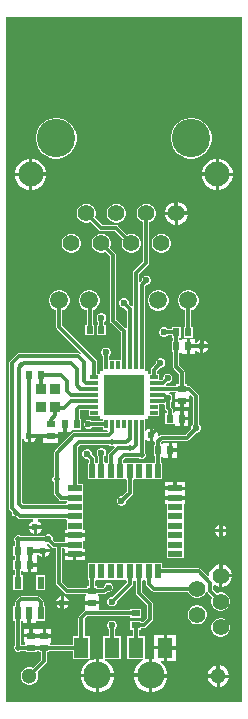
<source format=gtl>
%FSTAX23Y23*%
%MOIN*%
%SFA1B1*%

%IPPOS*%
%ADD11R,0.035433X0.037401*%
%ADD12C,0.019685*%
%ADD13R,0.051181X0.066929*%
%ADD14R,0.023622X0.027559*%
%ADD15R,0.027559X0.023622*%
%ADD16R,0.011811X0.027559*%
%ADD17R,0.137795X0.137795*%
%ADD18R,0.027559X0.011811*%
%ADD19R,0.019685X0.047244*%
%ADD20R,0.047244X0.019685*%
%ADD21R,0.023622X0.043307*%
%ADD43C,0.011811*%
%ADD44C,0.051181*%
%ADD45C,0.090551*%
%ADD46C,0.062992*%
%ADD47C,0.031496*%
%ADD48C,0.055118*%
%ADD49C,0.059842*%
%ADD50C,0.055905*%
%ADD51C,0.082677*%
%ADD52C,0.127952*%
%ADD53C,0.023622*%
%LNwol_pcb-1*%
%LPD*%
G36*
X00787Y0D02*
X0D01*
Y02283*
X00787*
Y0*
G37*
%LNwol_pcb-2*%
%LPC*%
G36*
X00625Y01946D02*
X00612D01*
X00598Y01944*
X00586Y01938*
X00575Y01931*
X00565Y01922*
X00558Y0191*
X00553Y01898*
X0055Y01885*
Y01872*
X00553Y01858*
X00558Y01846*
X00565Y01835*
X00575Y01825*
X00586Y01818*
X00598Y01813*
X00612Y0181*
X00625*
X00638Y01813*
X0065Y01818*
X00661Y01825*
X00671Y01835*
X00678Y01846*
X00684Y01858*
X00686Y01872*
Y01885*
X00684Y01898*
X00678Y0191*
X00671Y01922*
X00661Y01931*
X0065Y01938*
X00638Y01944*
X00625Y01946*
G37*
G36*
X00175D02*
X00162D01*
X00148Y01944*
X00136Y01938*
X00125Y01931*
X00115Y01922*
X00108Y0191*
X00103Y01898*
X001Y01885*
Y01872*
X00103Y01858*
X00108Y01846*
X00115Y01835*
X00125Y01825*
X00136Y01818*
X00148Y01813*
X00162Y0181*
X00175*
X00188Y01813*
X002Y01818*
X00211Y01825*
X00221Y01835*
X00228Y01846*
X00234Y01858*
X00236Y01872*
Y01885*
X00234Y01898*
X00228Y0191*
X00221Y01922*
X00211Y01931*
X002Y01938*
X00188Y01944*
X00175Y01946*
G37*
G36*
X00089Y0181D02*
X00087D01*
Y01763*
X00134*
Y01765*
X0013Y01778*
X00123Y0179*
X00114Y01799*
X00102Y01806*
X00089Y0181*
G37*
G36*
X00711D02*
X00709D01*
Y01763*
X00756*
Y01765*
X00752Y01778*
X00745Y0179*
X00736Y01799*
X00724Y01806*
X00711Y0181*
G37*
G36*
X00699D02*
X00697D01*
X00684Y01806*
X00673Y01799*
X00663Y0179*
X00656Y01778*
X00653Y01765*
Y01763*
X00699*
Y0181*
G37*
G36*
X00077D02*
X00075D01*
X00062Y01806*
X00051Y01799*
X00041Y0179*
X00034Y01778*
X00031Y01765*
Y01763*
X00077*
Y0181*
G37*
G36*
X00756Y01753D02*
X00709D01*
Y01707*
X00711*
X00724Y0171*
X00736Y01717*
X00745Y01727*
X00752Y01738*
X00756Y01751*
Y01753*
G37*
G36*
X00699D02*
X00653D01*
Y01751*
X00656Y01738*
X00663Y01727*
X00673Y01717*
X00684Y0171*
X00697Y01707*
X00699*
Y01753*
G37*
G36*
X00134D02*
X00087D01*
Y01707*
X00089*
X00102Y0171*
X00114Y01717*
X00123Y01727*
X0013Y01738*
X00134Y01751*
Y01753*
G37*
G36*
X00077D02*
X00031D01*
Y01751*
X00034Y01738*
X00041Y01727*
X00051Y01717*
X00062Y0171*
X00075Y01707*
X00077*
Y01753*
G37*
G36*
X00573Y01666D02*
Y01633D01*
X00606*
X00604Y01643*
X00599Y01652*
X00592Y01659*
X00583Y01664*
X00573Y01666*
G37*
G36*
X00563D02*
X00554Y01664D01*
X00545Y01659*
X00538Y01652*
X00533Y01643*
X0053Y01633*
X00563*
Y01666*
G37*
G36*
X00372Y0166D02*
X00364D01*
X00356Y01658*
X00349Y01654*
X00343Y01648*
X00338Y01641*
X00336Y01632*
Y01624*
X00338Y01616*
X00343Y01609*
X00349Y01603*
X00356Y01599*
X00364Y01596*
X00372*
X00381Y01599*
X00388Y01603*
X00394Y01609*
X00398Y01616*
X004Y01624*
Y01632*
X00398Y01641*
X00394Y01648*
X00388Y01654*
X00381Y01658*
X00372Y0166*
G37*
G36*
X00606Y01623D02*
X00573D01*
Y0159*
X00583Y01593*
X00592Y01598*
X00599Y01605*
X00604Y01614*
X00606Y01623*
G37*
G36*
X00563D02*
X0053D01*
X00533Y01614*
X00538Y01605*
X00545Y01598*
X00554Y01593*
X00563Y0159*
Y01623*
G37*
G36*
X00522Y0156D02*
X00514D01*
X00506Y01558*
X00499Y01554*
X00493Y01548*
X00488Y01541*
X00486Y01532*
Y01524*
X00488Y01516*
X00493Y01509*
X00499Y01503*
X00506Y01499*
X00514Y01496*
X00522*
X00531Y01499*
X00538Y01503*
X00544Y01509*
X00548Y01516*
X0055Y01524*
Y01532*
X00548Y01541*
X00544Y01548*
X00538Y01554*
X00531Y01558*
X00522Y0156*
G37*
G36*
X00272Y0166D02*
X00264D01*
X00256Y01658*
X00249Y01654*
X00243Y01648*
X00238Y01641*
X00236Y01632*
Y01624*
X00238Y01616*
X00243Y01609*
X00249Y01603*
X00256Y01599*
X00264Y01596*
X00272*
X00281Y01599*
X00283Y016*
X00311Y01571*
X00314Y01569*
X00318Y01568*
X00364*
X0039Y01543*
X00388Y01541*
X00386Y01532*
Y01524*
X00388Y01516*
X00393Y01509*
X00399Y01503*
X00406Y01499*
X00414Y01496*
X00422*
X00431Y01499*
X00438Y01503*
X00444Y01509*
X00448Y01516*
X0045Y01524*
Y01532*
X00448Y01541*
X00444Y01548*
X00438Y01554*
X00431Y01558*
X00422Y0156*
X00414*
X00406Y01558*
X00404Y01557*
X00375Y01585*
X00372Y01588*
X00368Y01588*
X00322*
X00297Y01614*
X00298Y01616*
X003Y01624*
Y01632*
X00298Y01641*
X00294Y01648*
X00288Y01654*
X00281Y01658*
X00272Y0166*
G37*
G36*
X00222Y0156D02*
X00214D01*
X00206Y01558*
X00199Y01554*
X00193Y01548*
X00188Y01541*
X00186Y01532*
Y01524*
X00188Y01516*
X00193Y01509*
X00199Y01503*
X00206Y01499*
X00214Y01496*
X00222*
X00231Y01499*
X00238Y01503*
X00244Y01509*
X00248Y01516*
X0025Y01524*
Y01532*
X00248Y01541*
X00244Y01548*
X00238Y01554*
X00231Y01558*
X00222Y0156*
G37*
G36*
X00472Y0166D02*
X00464D01*
X00456Y01658*
X00449Y01654*
X00443Y01648*
X00438Y01641*
X00436Y01632*
Y01624*
X00438Y01616*
X00443Y01609*
X00449Y01603*
X00456Y01599*
X00458Y01598*
Y01468*
X00425Y01436*
X00423Y01432*
X00423Y01429*
Y0132*
X00418Y01318*
X00409Y01327*
X00409Y01327*
Y01333*
X00407Y01339*
X00402Y01344*
X00396Y01346*
X0039*
X00384Y01344*
X0038Y01339*
X00377Y01333*
Y01327*
X0038Y01321*
X00384Y01317*
X0039Y01314*
X00392*
X00403Y01304*
Y01247*
X00398Y01245*
X00368Y01275*
Y01489*
X00367Y01493*
X00365Y01496*
X00347Y01514*
X00348Y01516*
X0035Y01524*
Y01532*
X00348Y01541*
X00344Y01548*
X00338Y01554*
X00331Y01558*
X00322Y0156*
X00314*
X00306Y01558*
X00299Y01554*
X00293Y01548*
X00288Y01541*
X00286Y01532*
Y01524*
X00288Y01516*
X00293Y01509*
X00299Y01503*
X00306Y01499*
X00314Y01496*
X00322*
X00331Y01499*
X00333Y015*
X00348Y01485*
Y01271*
X00348Y01267*
X00351Y01264*
X00383Y01232*
Y01143*
X0038Y01139*
X00364*
X00359*
X00344*
Y01153*
X00347Y01156*
X0035Y01162*
Y01168*
X00347Y01174*
X00343Y01178*
X00337Y01181*
X00331*
X00325Y01178*
X00321Y01174*
X00318Y01168*
Y01162*
X00321Y01156*
X00324Y01153*
Y01122*
X00324Y01121*
Y01104*
X0032Y01102*
X00314*
Y01096*
X00313Y01093*
X00308Y01092*
X00305Y01096*
Y01133*
X00304Y01137*
X00302Y0114*
X00188Y01254*
Y01306*
X00191Y01307*
X00199Y01311*
X00205Y01317*
X0021Y01325*
X00212Y01334*
Y01343*
X0021Y01351*
X00205Y01359*
X00199Y01365*
X00191Y0137*
X00183Y01372*
X00174*
X00165Y0137*
X00157Y01365*
X00151Y01359*
X00146Y01351*
X00144Y01343*
Y01334*
X00146Y01325*
X00151Y01317*
X00157Y01311*
X00165Y01307*
X00168Y01306*
Y0125*
X00169Y01246*
X00171Y01243*
X0025Y01164*
X00247Y0116*
X00243Y01162*
X0024Y01163*
X00043*
X00039Y01162*
X00036Y0116*
X00012Y01137*
X0001Y01133*
X00009Y01129*
Y00645*
X0001Y00641*
X00012Y00638*
X00019Y00631*
Y00629*
X00021Y00624*
X00025Y0062*
X0003Y00618*
X00033*
X0004Y00611*
X00043Y00608*
X00047Y00608*
X00089*
X0009Y00603*
X00086Y00601*
X00079Y00595*
X00076Y00587*
X00119*
X00116Y00595*
X0011Y00601*
X00106Y00603*
X00107Y00608*
X00199*
X00202Y00604*
Y006*
Y00599*
Y00574*
X00196*
Y0056*
X0023*
X00263*
Y00574*
X00257*
Y00599*
Y006*
Y00604*
Y00605*
Y00631*
Y00635*
Y00662*
Y00663*
Y00667*
Y00668*
Y00694*
Y00698*
Y00726*
X0024*
Y00848*
X00248Y00856*
X00344*
X00346Y00854*
X00351Y00852*
X00357*
X00359Y00853*
X00362Y00849*
X00343Y00829*
X00341Y00826*
X0034Y00822*
Y008*
X00337Y00797*
X00332Y00797*
X00328Y00801*
Y00818*
X00332Y00821*
X00334Y00827*
Y00833*
X00332Y00839*
X00327Y00844*
X00322Y00846*
X00315*
X00309Y00844*
X00305Y00839*
X00303Y00833*
Y00827*
X00305Y00821*
X00308Y00818*
Y008*
X00305Y00797*
X003Y00797*
X00297Y00801*
Y00811*
X00296Y00814*
X00294Y00818*
X00287Y00825*
Y00829*
X00285Y00835*
X0028Y0084*
X00274Y00842*
X00268*
X00262Y0084*
X00258Y00835*
X00255Y00829*
Y00823*
X00258Y00817*
X00262Y00813*
X00268Y00811*
X00273*
X00277Y00806*
Y00797*
X00273*
Y00742*
X003*
X00301*
X00305*
X00306*
X00331*
X00332*
X00336*
X00337*
X00364*
X00368*
X00394*
X00395*
X00399*
X00403Y00738*
Y00701*
X00387Y00685*
X00382*
X00376Y00682*
X00372Y00678*
X0037Y00672*
Y00666*
X00372Y0066*
X00376Y00655*
X00382Y00653*
X00388*
X00394Y00655*
X00399Y0066*
X00401Y00666*
Y0067*
X0042Y00689*
X00422Y00693*
X00423Y00696*
Y00738*
X00426Y00742*
X00431*
X00432*
X00457*
X00458*
X00462*
X00463*
X00489*
X0049*
X00494*
X00495*
X00521*
Y00797*
X00517*
Y00817*
X00519Y00818*
X00525Y00817*
X00525Y00816*
Y00814*
X00542*
Y00838*
Y00862*
X00525*
Y0086*
X00525Y00859*
X00519Y00858*
X00517Y00859*
Y00865*
X00523Y00871*
X00602*
X00606Y00872*
X00609Y00874*
X00632Y00897*
X00636*
X00642Y009*
X00647Y00904*
X00649Y0091*
Y00916*
X00647Y00922*
X00643Y00925*
Y01019*
X00643Y01023*
X0064Y01026*
X00617Y0105*
X00614Y01052*
X0061Y01053*
X00604*
Y01059*
X00596*
Y01098*
X00595Y01102*
X00593Y01105*
X00578Y0112*
Y01163*
X0058Y01165*
X00586Y01163*
X00586Y01163*
Y01161*
X00603*
Y01185*
Y01208*
X00586*
Y01207*
X00586Y01206*
X0058Y01205*
X00578Y01206*
Y01214*
X00584*
Y0125*
X00553*
Y01242*
X00539*
X00536Y01245*
X0053Y01248*
X00524*
X00518Y01245*
X00514Y01241*
X00511Y01235*
Y01229*
X00514Y01223*
X00518Y01218*
X00524Y01216*
X0053*
X00536Y01218*
X00539Y01222*
X00553*
Y01214*
X00558*
Y01202*
X00553*
Y01167*
X00558*
Y01116*
X00559Y01112*
X00561Y01109*
X00576Y01094*
Y01059*
X00568*
Y01053*
X00535*
X00533Y01058*
X00537Y01062*
X00542*
X00548Y01065*
X00552Y01069*
X00555Y01075*
Y01081*
X00552Y01087*
X00548Y01092*
X00542Y01094*
X00536*
X0053Y01092*
X00526Y01087*
X00523Y01081*
Y01077*
X00519Y01073*
X00509*
Y01092*
X00502*
Y01102*
X00514Y01114*
X00518*
X00524Y01116*
X00529Y01121*
X00531Y01126*
Y01133*
X00529Y01138*
X00524Y01143*
X00518Y01145*
X00512*
X00506Y01143*
X00502Y01138*
X005Y01133*
Y01128*
X00485Y01113*
X00482Y0111*
X00482Y01106*
Y01096*
X00479Y01092*
X00473Y01093*
X00472Y01096*
Y01102*
X00466*
X00462Y01104*
Y01107*
Y01121*
X00462Y01122*
Y01385*
X00466Y01389*
X00471*
X00477Y01392*
X00481Y01396*
X00484Y01402*
Y01408*
X00481Y01414*
X00477Y01418*
X00471Y01421*
X00465*
X00459Y01418*
X00455Y01414*
X00452Y01408*
Y01403*
X00448Y01399*
X00443Y01401*
Y01424*
X00475Y01457*
X00477Y0146*
X00478Y01464*
Y01598*
X00481Y01599*
X00488Y01603*
X00494Y01609*
X00498Y01616*
X005Y01624*
Y01632*
X00498Y01641*
X00494Y01648*
X00488Y01654*
X00481Y01658*
X00472Y0166*
G37*
G36*
X00513Y01372D02*
X00504D01*
X00495Y0137*
X00488Y01365*
X00481Y01359*
X00477Y01351*
X00475Y01343*
Y01334*
X00477Y01325*
X00481Y01317*
X00488Y01311*
X00495Y01307*
X00504Y01304*
X00513*
X00521Y01307*
X00529Y01311*
X00535Y01317*
X0054Y01325*
X00542Y01334*
Y01343*
X0054Y01351*
X00535Y01359*
X00529Y01365*
X00521Y0137*
X00513Y01372*
G37*
G36*
X00322Y01295D02*
X00315D01*
X00309Y01292*
X00305Y01288*
X00303Y01282*
Y01276*
X00305Y0127*
X00308Y01267*
Y01257*
X00303*
Y01222*
X00334*
Y01257*
X00328*
Y01267*
X00332Y0127*
X00334Y01276*
Y01282*
X00332Y01288*
X00327Y01292*
X00322Y01295*
G37*
G36*
X00283Y01372D02*
X00274D01*
X00265Y0137*
X00257Y01365*
X00251Y01359*
X00246Y01351*
X00244Y01343*
Y01334*
X00246Y01325*
X00251Y01317*
X00257Y01311*
X00265Y01307*
X00269Y01306*
Y01257*
X00263*
Y01222*
X00295*
Y01257*
X00289*
Y01306*
X00291Y01307*
X00299Y01311*
X00305Y01317*
X0031Y01325*
X00312Y01334*
Y01343*
X0031Y01351*
X00305Y01359*
X00299Y01365*
X00291Y0137*
X00283Y01372*
G37*
G36*
X00613D02*
X00604D01*
X00595Y0137*
X00588Y01365*
X00581Y01359*
X00577Y01351*
X00575Y01343*
Y01334*
X00577Y01325*
X00581Y01317*
X00588Y01311*
X00595Y01307*
X00598Y01306*
Y0125*
X00592*
Y01214*
X00624*
Y0125*
X00618*
Y01306*
X00621Y01307*
X00629Y01311*
X00635Y01317*
X0064Y01325*
X00642Y01334*
Y01343*
X0064Y01351*
X00635Y01359*
X00629Y01365*
X00621Y0137*
X00613Y01372*
G37*
G36*
X00658Y01206D02*
Y0119D01*
X00675*
X00672Y01197*
X00665Y01203*
X00658Y01206*
G37*
G36*
X00675Y0118D02*
X00658D01*
Y01163*
X00665Y01166*
X00672Y01172*
X00675Y0118*
G37*
G36*
X0063Y01208D02*
X00613D01*
Y01185*
Y01161*
X0063*
Y01171*
X00634Y01172*
X00635*
X00641Y01166*
X00648Y01163*
Y01185*
Y01206*
X00641Y01203*
X00635Y01197*
X00634*
X0063Y01198*
Y01208*
G37*
G36*
X00569Y00862D02*
X00552D01*
Y00843*
X00569*
Y00862*
G37*
G36*
Y00833D02*
X00552D01*
Y00814*
X00569*
Y00833*
G37*
G36*
X00598Y00732D02*
X00569D01*
Y00717*
X00598*
Y00732*
G37*
G36*
X00559D02*
X00531D01*
Y00717*
X00559*
Y00732*
G37*
G36*
X00598Y00707D02*
X00564D01*
X00531*
Y00692*
Y00686*
X00564*
X00598*
Y00692*
Y00707*
G37*
G36*
X00721Y0059D02*
Y00575D01*
X00735*
X00733Y00582*
X00727Y00587*
X00721Y0059*
G37*
G36*
X00711D02*
X00705Y00587D01*
X00699Y00582*
X00697Y00575*
X00711*
Y0059*
G37*
G36*
X00119Y00577D02*
X00103D01*
Y00561*
X0011Y00564*
X00116Y0057*
X00119Y00577*
G37*
G36*
X00093D02*
X00076D01*
X00079Y0057*
X00086Y00564*
X00093Y00561*
Y00577*
G37*
G36*
X00144Y00559D02*
X00138D01*
X00132Y00556*
X00129Y00553*
X0005*
X00049Y00554*
X00044Y00557*
X00038*
X00033Y00554*
X00029Y00551*
X00027Y00546*
Y0054*
X00029Y00535*
X00031Y00533*
Y00521*
X00025*
Y00486*
X00031*
Y00474*
X00025*
Y00438*
X00031*
Y00423*
X00025*
Y00372*
X00057*
Y00423*
X00051*
Y00435*
X00052Y00436*
X00058Y00435*
X00058Y00434*
Y00432*
X00075*
Y00456*
X0008*
Y00461*
X00102*
Y0049*
X00107Y00491*
X00107*
X00113Y00485*
X0012Y00482*
Y00503*
X00125*
Y00508*
X00147*
X00144Y00516*
X00138Y00522*
X00137Y00522*
X00138Y00527*
X00143*
X00154Y00516*
X00157Y00514*
X00161Y00513*
X00167*
Y00397*
X00167Y00393*
X0017Y0039*
X00197Y00362*
X002Y0036*
X00204Y0036*
X00266*
X00267Y00358*
X00266Y00352*
X00265Y00352*
X00263*
Y00335*
X00287*
X00311*
Y00352*
X00309*
X00308Y00352*
X00307Y00358*
X00308Y0036*
X00327*
X00331Y0036*
X00334Y00362*
X00338Y00366*
X00339Y00366*
X00345*
X00351Y00368*
X00355Y00372*
X00358Y00378*
Y00385*
X00355Y0039*
X00351Y00395*
X00345Y00397*
X00339*
X00333Y00395*
X00329Y0039*
X00326Y00385*
Y00383*
X00323Y0038*
X00305*
Y00385*
X00297*
Y00403*
X003Y00407*
X00305*
X00306*
X00331*
X00332*
X00336*
X00337*
X00363*
X00364*
X00368*
X00369*
X00394*
X00395*
X00399*
X00403Y00403*
Y00397*
X00355Y0035*
X00351*
X00345Y00347*
X0034Y00343*
X00338Y00337*
Y00331*
X0034Y00325*
X00345Y00321*
X00351Y00318*
X00357*
X00363Y00321*
X00367Y00325*
X0037Y00331*
Y00336*
X0042Y00386*
X00422Y00389*
X00423Y00393*
Y00403*
X00426Y00406*
X00431Y00406*
X00434Y00403*
Y00362*
X00435Y00358*
X00437Y00355*
X0047Y00322*
Y00279*
X00456Y00265*
X0045*
Y00271*
X00415*
Y0024*
X00423*
Y00218*
X00403*
Y00143*
X00457*
X00458Y00138*
X00448Y00132*
X00438Y00122*
X0043Y00109*
X00427Y00095*
Y00093*
X00477*
Y00143*
X00475*
X00466Y00141*
X00462Y00145*
Y00218*
X00443*
Y0024*
X0045*
Y00245*
X0046*
X00464Y00246*
X00467Y00248*
X00487Y00268*
X00489Y00271*
X0049Y00275*
Y00326*
X00489Y0033*
X00487Y00333*
X00454Y00366*
Y00403*
X00457Y00406*
X00463Y00406*
X00466Y00403*
Y00393*
X00467Y00389*
X00469Y00386*
X00485Y0037*
X00488Y00368*
X00492Y00367*
X00607*
X00608Y00365*
X00612Y00358*
X00618Y00352*
X00625Y00348*
X00633Y00346*
X00641*
X00649Y00348*
X00657Y00352*
X00663Y00358*
X00666Y00365*
X00669Y00365*
X00672Y00365*
X00674Y00362*
X00688Y00348*
X00687Y00346*
X00685Y00338*
Y0033*
X00687Y00322*
X00691Y00315*
X00697Y00309*
X00704Y00305*
X00712Y00303*
X0072*
X00728Y00305*
X00735Y00309*
X00741Y00315*
X00745Y00322*
X00748Y0033*
Y00338*
X00745Y00346*
X00741Y00353*
X00735Y00359*
X00728Y00363*
X0072Y00366*
X00712*
X00704Y00363*
X00702Y00362*
X00691Y00374*
Y00386*
X00696Y00389*
X00702Y00386*
X00711Y00383*
Y00421*
Y00458*
X00702Y00456*
X00693Y00451*
X00686Y00444*
X00681Y00435*
X00678Y00426*
Y00421*
X00673Y00418*
X0065Y00442*
X00647Y00444*
X00643Y00445*
X00521*
Y00462*
X00495*
X00494*
X0049*
X00489*
X00463*
X00462*
X00458*
X00457*
X00432*
X00431*
X00427*
X00426*
X004*
X00399*
X00395*
X00394*
X00369*
X00368*
X00364*
X00363*
X00337*
X00336*
X00332*
X00331*
X00306*
X00305*
X00301*
X003*
X00273*
Y00407*
X00277*
Y00385*
X00269*
Y0038*
X00208*
X00187Y00401*
Y00513*
X00192*
X00196Y00511*
Y00497*
X0023*
X00263*
Y00511*
X00257*
Y00535*
X00263*
Y0055*
X0023*
X00196*
Y00535*
X00192Y00533*
X00165*
X00157Y00541*
Y00546*
X00155Y00552*
X0015Y00556*
X00144Y00559*
G37*
G36*
X00735Y00565D02*
X00721D01*
Y00551*
X00727Y00554*
X00733Y00559*
X00735Y00565*
G37*
G36*
X00711D02*
X00697D01*
X00699Y00559*
X00705Y00554*
X00711Y00551*
Y00565*
G37*
G36*
X00147Y00498D02*
X0013D01*
Y00482*
X00138Y00485*
X00144Y00491*
X00147Y00498*
G37*
G36*
X00598Y00676D02*
X00564D01*
X00531*
Y00661*
X00537*
Y00636*
Y00635*
Y00631*
Y0063*
Y00605*
Y00604*
Y006*
Y00599*
Y00573*
Y00572*
Y00568*
Y00567*
Y00542*
Y00541*
Y00537*
Y00536*
Y0051*
Y00509*
Y00505*
Y00504*
Y00478*
X00592*
Y00504*
Y00505*
Y00509*
Y0051*
Y00536*
Y00537*
Y00541*
Y00542*
Y00567*
Y00568*
Y00572*
Y00573*
Y00599*
Y006*
Y00604*
Y00605*
Y0063*
Y00631*
Y00635*
Y00636*
Y00661*
X00598*
Y00676*
G37*
G36*
X00263Y00487D02*
X00235D01*
Y00472*
X00263*
Y00487*
G37*
G36*
X00225D02*
X00196D01*
Y00472*
X00225*
Y00487*
G37*
G36*
X00102Y00451D02*
X00085D01*
Y00432*
X00102*
Y00451*
G37*
G36*
X00721Y00458D02*
Y00426D01*
X00754*
X00751Y00435*
X00746Y00444*
X00739Y00451*
X00731Y00456*
X00721Y00458*
G37*
G36*
X00754Y00416D02*
X00721D01*
Y00383*
X00731Y00386*
X00739Y00391*
X00746Y00398*
X00751Y00406*
X00754Y00416*
G37*
G36*
X00131Y00423D02*
X001D01*
Y00372*
X00131*
Y00423*
G37*
G36*
X00193Y00352D02*
Y00335D01*
X0021*
X00207Y00343*
X00201Y00349*
X00193Y00352*
G37*
G36*
X00183D02*
X00176Y00349D01*
X0017Y00343*
X00167Y00335*
X00183*
Y00352*
G37*
G36*
X0021Y00325D02*
X00193D01*
Y00309*
X00201Y00312*
X00207Y00318*
X0021Y00325*
G37*
G36*
X00183D02*
X00167D01*
X0017Y00318*
X00176Y00312*
X00183Y00309*
Y00325*
G37*
G36*
X00106Y00352D02*
X00051D01*
X00047Y00351*
X00044Y00349*
X00034Y00339*
X00032Y00336*
X00031Y00332*
Y0032*
X00025*
Y00269*
X00031*
Y0019*
X00029Y00188*
X00027Y00183*
Y00178*
X00029Y00173*
X00033Y00169*
X00038Y00167*
X00044*
X00049Y00169*
X0005Y00171*
X00066*
Y00165*
X00102*
Y00171*
X0011*
Y00165*
X00117*
Y00139*
X00091Y00113*
X0009Y00114*
X00082Y00116*
X00074*
X00067Y00114*
X0006Y0011*
X00055Y00104*
X00051Y00098*
X00049Y0009*
Y00082*
X00051Y00075*
X00055Y00068*
X0006Y00062*
X00067Y00059*
X00074Y00057*
X00082*
X0009Y00059*
X00096Y00062*
X00102Y00068*
X00106Y00075*
X00108Y00082*
Y0009*
X00106Y00098*
X00105Y00099*
X00135Y00128*
X00137Y00131*
X00137Y00135*
Y00165*
X00145*
Y00171*
X00222*
Y00143*
X00276*
X00276*
X0028*
X00281Y00138*
X00271Y00132*
X0026Y00122*
X00253Y00109*
X00249Y00095*
Y00093*
X003*
Y00143*
X00297*
X00286Y0014*
X00285Y0014*
X00281Y00143*
X00281Y00144*
Y00148*
Y00218*
X00262*
Y00275*
X00271Y00285*
X00415*
Y00279*
X0045*
Y00311*
X00415*
Y00305*
X00314*
X00311Y00308*
Y0031*
Y00325*
X00287*
X00263*
Y00309*
Y00308*
X00263Y00304*
X0026Y00302*
X00244Y00286*
X00242Y00283*
X00241Y00279*
Y00218*
X00222*
Y00191*
X00149*
X00147Y00192*
X00149Y00198*
X00149Y00198*
X00151*
Y00215*
X00127*
Y0022*
X00122*
Y00242*
X00089*
Y0022*
X00084*
Y00215*
X0006*
Y00198*
X00062*
X00063Y00198*
X00064Y00192*
X00063Y00191*
X00051*
Y00269*
X00056*
Y00263*
X00073*
Y00295*
X00083*
Y00263*
X001*
Y00269*
X00131*
Y0032*
X00126*
Y00332*
X00125Y00336*
X00123Y00339*
X00113Y00349*
X0011Y00351*
X00106Y00352*
G37*
G36*
X00641Y00322D02*
X00633D01*
X00625Y0032*
X00618Y00316*
X00612Y0031*
X00608Y00303*
X00606Y00295*
Y00287*
X00608Y00279*
X00612Y00272*
X00618Y00266*
X00625Y00261*
X00633Y00259*
X00641*
X00649Y00261*
X00657Y00266*
X00663Y00272*
X00667Y00279*
X00669Y00287*
Y00295*
X00667Y00303*
X00663Y0031*
X00657Y00316*
X00649Y0032*
X00641Y00322*
G37*
G36*
X00079Y00242D02*
X0006D01*
Y00225*
X00079*
Y00242*
G37*
G36*
X00151D02*
X00132D01*
Y00225*
X00151*
Y00242*
G37*
G36*
X0072Y00279D02*
X00712D01*
X00704Y00277*
X00697Y00273*
X00691Y00267*
X00687Y0026*
X00685Y00252*
Y00243*
X00687Y00235*
X00691Y00228*
X00697Y00222*
X00704Y00218*
X00712Y00216*
X0072*
X00728Y00218*
X00735Y00222*
X00741Y00228*
X00745Y00235*
X00748Y00243*
Y00252*
X00745Y0026*
X00741Y00267*
X00735Y00273*
X00728Y00277*
X0072Y00279*
G37*
G36*
X00567Y00224D02*
X00536D01*
Y00186*
X00567*
Y00224*
G37*
G36*
X00526D02*
X00495D01*
Y00186*
X00526*
Y00224*
G37*
G36*
Y00176D02*
X00495D01*
Y00146*
X00491Y00143*
X00489Y00143*
X00487*
Y00093*
X00537*
Y00095*
X00533Y00109*
X00526Y00122*
X00516Y00132*
X00516Y00133*
X00517Y00137*
X00526*
Y00176*
G37*
G36*
X00357Y00271D02*
X00351D01*
X00345Y00269*
X0034Y00264*
X00338Y00259*
Y00252*
X0034Y00246*
X00344Y00243*
Y00218*
X00324*
Y00145*
X0032Y00141*
X00312Y00143*
X0031*
Y00093*
X0036*
Y00095*
X00356Y00109*
X00349Y00122*
X00339Y00132*
X00328Y00138*
X0033Y00143*
X00383*
Y00218*
X00364*
Y00243*
X00367Y00246*
X0037Y00252*
Y00259*
X00367Y00264*
X00363Y00269*
X00357Y00271*
G37*
G36*
X00567Y00176D02*
X00536D01*
Y00137*
X00567*
Y00176*
G37*
G36*
X00713Y00122D02*
Y00091D01*
X00744*
X00741Y001*
X00737Y00108*
X0073Y00115*
X00722Y00119*
X00713Y00122*
G37*
G36*
X00703D02*
X00694Y00119D01*
X00686Y00115*
X0068Y00108*
X00675Y001*
X00673Y00091*
X00703*
Y00122*
G37*
G36*
X00744Y00081D02*
X00713D01*
Y00051*
X00722Y00053*
X0073Y00058*
X00737Y00064*
X00741Y00072*
X00744Y00081*
G37*
G36*
X00703D02*
X00673D01*
X00675Y00072*
X0068Y00064*
X00686Y00058*
X00694Y00053*
X00703Y00051*
Y00081*
G37*
G36*
X00537Y00083D02*
X00487D01*
Y00033*
X00489*
X00503Y00037*
X00516Y00044*
X00526Y00054*
X00533Y00067*
X00537Y00081*
Y00083*
G37*
G36*
X00477D02*
X00427D01*
Y00081*
X0043Y00067*
X00438Y00054*
X00448Y00044*
X0046Y00037*
X00475Y00033*
X00477*
Y00083*
G37*
G36*
X0036D02*
X0031D01*
Y00033*
X00312*
X00326Y00037*
X00339Y00044*
X00349Y00054*
X00356Y00067*
X0036Y00081*
Y00083*
G37*
G36*
X003D02*
X00249D01*
Y00081*
X00253Y00067*
X0026Y00054*
X00271Y00044*
X00283Y00037*
X00297Y00033*
X003*
Y00083*
G37*
%LNwol_pcb-3*%
%LPD*%
G36*
X00277Y00954D02*
X00312D01*
X00314Y0095*
Y00944*
X0032*
X00323Y00943*
X00324Y00938*
X00321Y00935*
X00287*
X00284Y00938*
X00278Y0094*
X00272*
X00266Y00938*
X00262Y00934*
X00259Y00928*
Y00922*
X00262Y00916*
X00266Y00911*
X00272Y00909*
X00278*
X00284Y00911*
X00287Y00915*
X00324*
Y00907*
X00337*
X00339Y00902*
X00337Y00899*
X00228*
X00224Y00899*
X00221Y00896*
X00162Y00837*
X0016Y00834*
X00159Y0083*
Y00753*
X00157Y00751*
X00155Y00746*
Y00741*
X00157Y00736*
X00159Y00734*
Y00696*
X0016Y00693*
X00162Y00689*
X00177Y00674*
X00181Y00671*
X00185Y00671*
X00199*
X00202Y00668*
X00202Y00662*
X00198Y00659*
X00059*
X00053Y00665*
Y00877*
X00058Y00878*
X0006Y00873*
X00066Y00867*
X00073Y00864*
Y00885*
X00083*
Y00864*
X00091Y00867*
X00097Y00873*
X001Y00881*
Y00885*
X00125*
Y00864*
X00173*
Y0088*
X00149*
Y00885*
X00154Y0089*
X00173*
Y00897*
X00175Y00901*
X00191*
Y00925*
X00201*
Y00901*
X00218*
Y00903*
X0022Y00907*
X00251*
Y00942*
X00246*
Y00972*
X00248Y00974*
X00277*
Y00954*
G37*
G36*
X00566Y01032D02*
X00565Y01026D01*
X00564Y01025*
X00562*
Y01008*
X00586*
X0061*
Y01021*
X00615Y01023*
X00623Y01015*
Y00925*
X0062Y00922*
X00618Y00916*
Y00911*
X00598Y00891*
X00519*
X00515Y00891*
X00512Y00888*
X00511Y00887*
X00506Y00889*
Y00894*
X00502Y00902*
X00496Y00908*
X00489Y00911*
Y00889*
Y00868*
X00492Y00869*
X00497Y00866*
Y00856*
X00492*
Y0082*
X00497*
Y008*
X00494Y00797*
X0049*
X00489*
X00463*
X00462*
X00458*
X00457*
X00432*
X00431*
X00427*
X00426*
X004*
X00399*
X00395*
X00391Y00801*
Y00806*
X00397Y00812*
X00443*
X00444Y00811*
X0045Y00809*
X00455*
X0046Y00811*
X00464Y00815*
X00466Y0082*
Y00825*
X00464Y0083*
X00462Y00832*
Y00873*
X00467Y00875*
X00471Y00871*
X00479Y00868*
Y00889*
Y00911*
X00471Y00908*
X00467Y00904*
X00462Y00906*
Y00925*
X00462Y00926*
Y00942*
X00466Y00944*
X00472*
Y0095*
X00474Y00954*
X00477*
X00509*
Y00993*
X00526*
X00529Y00991*
Y0098*
X0053Y00976*
X00532Y00973*
X00537Y00968*
Y00962*
X00531*
Y00927*
X00562*
X00564Y00922*
Y00921*
X00581*
Y00944*
Y00968*
X00564*
Y00966*
X00564Y00965*
X00558Y00964*
X00557Y00966*
Y00972*
X00556Y00976*
X00554Y00979*
X00549Y00984*
Y01001*
X00552Y01004*
X00555Y0101*
Y01016*
X00552Y01022*
X00548Y01027*
X00545Y01028*
X00546Y01033*
X00565*
X00566Y01032*
G37*
%LNwol_pcb-4*%
%LPC*%
G36*
X0061Y00998D02*
X00591D01*
Y00982*
X0061*
Y00998*
G37*
G36*
X00581D02*
X00562D01*
Y00982*
X00581*
Y00998*
G37*
G36*
X00608Y00968D02*
X00591D01*
Y00949*
X00608*
Y00968*
G37*
G36*
Y00939D02*
X00591D01*
Y00921*
X00608*
Y00939*
G37*
%LNwol_pcb-5*%
%LPD*%
G54D11*
X00118Y01044D03*
X00165Y00983D03*
Y01044D03*
X00118Y00983D03*
G54D12*
X00452Y00822D03*
X00413Y00846D03*
X00354Y00866D03*
X00169Y00744D03*
X00051Y01122D03*
X00033Y00631D03*
X00716Y0057D03*
X00041Y00543D03*
Y00181D03*
G54D13*
X00251Y00181D03*
X00354D03*
X00433D03*
X00531D03*
G54D14*
X00568Y01232D03*
X00608D03*
X00318Y0124D03*
X00279D03*
X00608Y01185D03*
X00568D03*
X00586Y00944D03*
X00547D03*
X00196Y00925D03*
X00236D03*
X00078Y0109D03*
X00118D03*
X00547Y00838D03*
X00507D03*
X0008Y00456D03*
X00041D03*
X0008Y00503D03*
X00041D03*
G54D15*
X00433Y00295D03*
Y00255D03*
X00586Y01003D03*
Y01043D03*
X00149Y00885D03*
Y00925D03*
X00287Y0033D03*
Y0037D03*
X00127Y0022D03*
Y00181D03*
X00084Y0022D03*
Y00181D03*
G54D16*
X00393Y01122D03*
X00413D03*
X00433D03*
X00452D03*
X00374D03*
X00354D03*
X00334D03*
X00393Y00925D03*
X00374D03*
X00354D03*
X00334D03*
X00413D03*
X00433D03*
X00452D03*
G54D17*
X00393Y01023D03*
G54D18*
X00295Y01023D03*
Y01043D03*
Y01062D03*
Y01082D03*
Y01003D03*
Y00984D03*
Y00964D03*
X00492Y01023D03*
Y01003D03*
Y00984D03*
Y00964D03*
Y01043D03*
Y01062D03*
Y01082D03*
G54D19*
X00507Y00769D03*
X00476D03*
X00444D03*
X00413D03*
X00287D03*
X00318D03*
X0035D03*
X00381D03*
X00287Y00435D03*
X00318D03*
X0035D03*
X00381D03*
X00507D03*
X00476D03*
X00444D03*
X00413D03*
G54D20*
X0023Y00712D03*
Y00681D03*
Y00649D03*
Y00618D03*
Y00492D03*
Y00523D03*
Y00555D03*
Y00586D03*
X00564Y00492D03*
Y00523D03*
Y00555D03*
Y00586D03*
Y00712D03*
Y00681D03*
Y00649D03*
Y00618D03*
G54D21*
X00078Y00295D03*
X00041Y00397D03*
X00116D03*
Y00295D03*
X00041D03*
G54D43*
X00275Y00925D02*
X00334D01*
X00653Y01185D02*
Y0161D01*
X00568Y01628D02*
X00635D01*
X00653Y0161*
X00616Y01758D02*
X00704D01*
X00568Y0171D02*
X00616Y01758D01*
X00568Y01628D02*
Y0171D01*
X0052Y01758D02*
X00568Y0171D01*
X00153Y00337D02*
Y00444D01*
X0016Y0033D02*
X00188D01*
X00153Y00337D02*
X0016Y0033D01*
X00494Y00087D02*
X00707D01*
X00531Y00181D02*
X00688D01*
X00708Y00086D02*
Y00161D01*
X00688Y00181D02*
X00708Y00161D01*
X00707Y00087D02*
X00708Y00086D01*
X00482Y00088D02*
X00494D01*
X00305D02*
X00482D01*
X00653Y01185D02*
X00682D01*
X00688Y00877D02*
Y01178D01*
X00649Y00838D02*
X00688Y00877D01*
X00682Y01185D02*
X00688Y01178D01*
X0023Y00555D02*
D01*
X00185D02*
X0023D01*
X00098Y00582D02*
X00157D01*
X00185Y00555*
X0008Y00503D02*
X00125D01*
X00078Y00086D02*
X00127Y00135D01*
Y00181*
X00433Y00855D02*
Y00925D01*
X00425Y00847D02*
X00433Y00855D01*
X00414Y00847D02*
X00425D01*
X00149Y00885D02*
X00185D01*
X00082D02*
X00149D01*
X00602Y00881D02*
X00633Y00913D01*
X0061Y01043D02*
X00633Y01019D01*
Y00913D02*
Y01019D01*
X00287Y0037D02*
X00327D01*
X00339Y00381*
X00342*
X00385Y00669D02*
X00413Y00696D01*
Y00769*
X00681Y0037D02*
X00716Y00334D01*
X00681Y0037D02*
Y00397D01*
X00507Y00435D02*
X00643D01*
X00681Y00397*
X00608Y01185D02*
X00653D01*
X00507Y00769D02*
Y0087D01*
X00586Y01043D02*
X0061D01*
X00547Y00838D02*
X00649D01*
X00564Y00712D02*
Y00785D01*
X00547Y00803D02*
X00564Y00785D01*
X00547Y00803D02*
Y00838D01*
X00564Y00681D02*
X00704D01*
X00564D02*
D01*
X00716Y0057D02*
Y00669D01*
X00704Y00681D02*
X00716Y00669D01*
Y00421D02*
Y0057D01*
Y00421D02*
D01*
X00413Y00846D02*
X00414Y00847D01*
X00374Y00846D02*
X00413D01*
X00452Y00822D02*
Y00925D01*
X00393Y00822D02*
X00452D01*
X00492Y00377D02*
X00637D01*
X00476Y00393D02*
X00492Y00377D01*
X00476Y00393D02*
Y00435D01*
X00444Y00362D02*
Y00435D01*
Y00362D02*
X0048Y00326D01*
Y00275D02*
Y00326D01*
X00078Y00889D02*
Y0109D01*
Y00889D02*
X00082Y00885D01*
X00287Y00769D02*
Y00811D01*
X00271Y00826D02*
X00287Y00811D01*
X00484Y00889D02*
X005Y00905D01*
X00578*
X00519Y00881D02*
X00602D01*
X00507Y0087D02*
X00519Y00881D01*
X00578Y00905D02*
X00586Y00913D01*
Y00944*
X00539Y0098D02*
Y01013D01*
Y0098D02*
X00547Y00972D01*
Y00944D02*
Y00972D01*
X00586Y00944D02*
Y01003D01*
X00492Y01082D02*
Y01106D01*
X00515Y01129*
X00492Y01062D02*
X00523D01*
X00539Y01078*
X00318Y00769D02*
Y0083D01*
X00568Y01116D02*
X00586Y01098D01*
Y01043D02*
Y01098D01*
X00568Y01116D02*
Y01185D01*
X00492Y01043D02*
X00586D01*
X00568Y01185D02*
Y01232D01*
X00318Y0124D02*
Y01279D01*
X00413Y01122D02*
Y01308D01*
X00393Y01328D02*
X00413Y01308D01*
X00393Y01328D02*
Y0133D01*
X00527Y01232D02*
X00568D01*
X00279Y0124D02*
Y01338D01*
Y0124D02*
X00279Y0124D01*
X00278Y01338D02*
X00279Y01338D01*
X00608Y01338D02*
X00608Y01338D01*
X00608Y01232D02*
X00608Y01232D01*
Y01338*
X00082Y01758D02*
X0052D01*
X00368Y01578D02*
X00418Y01528D01*
X00318Y01578D02*
X00368D01*
X00268Y01628D02*
X00318Y01578D01*
Y01528D02*
X00358Y01489D01*
Y01271D02*
X00393Y01236D01*
X00358Y01271D02*
Y01489D01*
X00452Y01122D02*
Y01389D01*
X00468Y01405*
Y01628D02*
X00468Y01628D01*
X00468Y01464D02*
Y01628D01*
X00433Y01122D02*
Y01429D01*
X00468Y01464*
X00393Y01122D02*
Y01236D01*
X00334Y01122D02*
Y01165D01*
X00178Y0125D02*
Y01338D01*
X00295Y01082D02*
Y01133D01*
X00178Y0125D02*
X00295Y01133D01*
X00043Y01114D02*
X00059Y01129D01*
X00043Y00661D02*
Y01114D01*
Y00661D02*
X00055Y00649D01*
X00059Y01129D02*
X00216D01*
X00267Y01062D02*
X00295D01*
X00259Y0107D02*
X00267Y01062D01*
X00259Y0107D02*
Y01133D01*
X0024Y01153D02*
X00259Y01133D01*
X00043Y01153D02*
X0024D01*
X00019Y01129D02*
X00043Y01153D01*
X00019Y00645D02*
Y01129D01*
X00047Y00618D02*
X0023D01*
X00019Y00645D02*
X00047Y00618D01*
X00055Y00649D02*
X0023D01*
X00216Y01129D02*
X00236Y0111D01*
Y01055D02*
Y0111D01*
Y01055D02*
X00248Y01043D01*
X00295*
X00185Y00885D02*
X00196Y00897D01*
Y00925*
X00173Y00981D02*
X00193D01*
X00165Y00973D02*
X00173Y00981D01*
X00165Y00956D02*
Y00973D01*
X00149Y0094D02*
X00165Y00956D01*
X00149Y00925D02*
Y0094D01*
X00228Y00889D02*
X00342D01*
X00169Y00696D02*
Y0083D01*
X00228Y00889*
X00118Y0109D02*
D01*
Y01044D02*
Y0109D01*
X00185D01*
X00204Y0107*
X00216Y01023D02*
X00295D01*
X00204Y01035D02*
X00216Y01023D01*
X00204Y01035D02*
Y0107D01*
X00216Y01003D02*
X00295D01*
X00193Y00981D02*
X00216Y01003D01*
X00236Y00925D02*
Y00976D01*
Y00925D02*
D01*
Y00976D02*
X00244Y00984D01*
X00295*
X00334Y00925D02*
D01*
X00536Y01013D02*
X00539D01*
X00492Y01023D02*
X00526D01*
X00536Y01013*
X00492Y01003D02*
X00526D01*
X00536Y01013*
X00185Y00681D02*
X0023D01*
X00169Y00696D02*
X00185Y00681D01*
X00354Y00901D02*
Y00925D01*
X00342Y00889D02*
X00354Y00901D01*
X00413Y00877D02*
Y00925D01*
X0023Y00712D02*
Y00852D01*
X00244Y00866*
X00401*
X00413Y00877*
X0035Y00769D02*
Y00822D01*
X00374Y00846*
X00381Y00769D02*
Y00811D01*
X00393Y00822*
X0035Y00555D02*
X00476Y00681D01*
X00287Y00492D02*
X0035Y00555D01*
X0023D02*
X0035D01*
X00476Y00681D02*
X00507Y00712D01*
X00476Y00681D02*
X00564D01*
X00507Y00712D02*
X00564D01*
X0023Y00492D02*
X00287D01*
X00127Y0022D02*
X00173D01*
X00188Y00236D02*
Y0033D01*
X00173Y0022D02*
X00188Y00236D01*
X00177Y00397D02*
X00204Y0037D01*
X00177Y00397D02*
Y00523D01*
X00141Y00456D02*
X00153Y00444D01*
X0008Y00456D02*
X00141D01*
X00188Y0033D02*
X00287D01*
X00204Y0037D02*
X00287D01*
X00177Y00523D02*
X0023D01*
X00161D02*
X00177D01*
X00041Y00503D02*
Y00543D01*
X00141*
X00161Y00523*
X0008Y00456D02*
Y00503D01*
X00413Y00393D02*
Y00435D01*
X00354Y00334D02*
X00413Y00393D01*
X00287Y0037D02*
Y00435D01*
X0046Y00255D02*
X0048Y00275D01*
X00433Y00255D02*
X0046D01*
X00354Y00181D02*
Y00255D01*
X00041Y00456D02*
Y00503D01*
Y00397D02*
Y00456D01*
X00251Y00181D02*
Y00279D01*
X00267Y00295*
X00433*
X00084Y00181D02*
D01*
X00041D02*
X00084D01*
X00041D02*
Y00295D01*
X00433Y00181D02*
Y00255D01*
X00078D02*
Y00295D01*
X00084Y0022D02*
Y0025D01*
X00078Y00255D02*
X00084Y0025D01*
Y0022D02*
X00127D01*
X00116Y00295D02*
Y00332D01*
X00106Y00342D02*
X00116Y00332D01*
X00051Y00342D02*
X00106D01*
X00041Y00332D02*
X00051Y00342D01*
X00041Y00295D02*
Y00332D01*
X00084Y00181D02*
X00127D01*
X00251*
G54D44*
X00708Y00086D03*
X00078D03*
G54D45*
X00482Y00088D03*
X00305D03*
G54D46*
X00393Y01023D03*
G54D47*
X00425Y00992D03*
Y01055D03*
X00362D03*
Y00992D03*
G54D48*
X00637Y00377D03*
Y00291D03*
X00716Y00421D03*
Y00334D03*
Y00248D03*
G54D49*
X00608Y01338D03*
X00508D03*
X00278D03*
X00178D03*
G54D50*
X00218Y01528D03*
X00268Y01628D03*
X00318Y01528D03*
X00368Y01628D03*
X00418Y01528D03*
X00468Y01628D03*
X00518Y01528D03*
X00568Y01628D03*
G54D51*
X00704Y01758D03*
X00082D03*
G54D52*
X00168Y01878D03*
X00618D03*
G54D53*
X00275Y00925D03*
X00098Y00582D03*
X00125Y00503D03*
X00653Y01185D03*
X00141Y00543D03*
X00633Y00913D03*
X00342Y00381D03*
X00385Y00669D03*
X00078Y00885D03*
X00271Y00826D03*
X00484Y00889D03*
X00515Y01129D03*
X00539Y01078D03*
X00318Y0083D03*
Y01279D03*
X00393Y0133D03*
X00527Y01232D03*
X00468Y01405D03*
X00334Y01165D03*
X00188Y0033D03*
X00539Y01013D03*
X00354Y00334D03*
Y00255D03*
M02*
</source>
